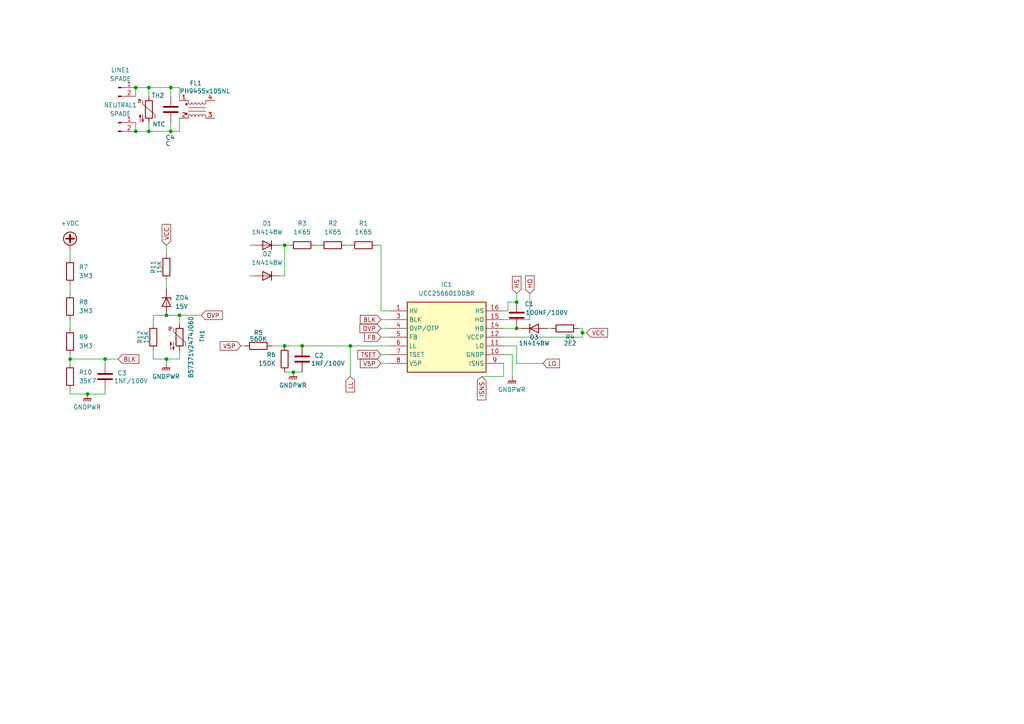
<source format=kicad_sch>
(kicad_sch (version 20250114) (generator "eeschema") (generator_version "9.0")
  (paper "A4")
  (lib_symbols
    (symbol "Connector:Conn_01x02_Pin" (pin_names (offset 1.016) (hide yes))
      (property "Reference" "J" (at 0 2.54 0))
      (property "Value" "Conn_01x02_Pin" (at 0 -5.08 0))
      (symbol "Conn_01x02_Pin_1_1"
        (rectangle (start 0.8636 0.127) (end 0 -0.127) (stroke (width 0.1524)) (fill (type outline)))
        (rectangle (start 0.8636 -2.413) (end 0 -2.667) (stroke (width 0.1524)) (fill (type outline)))
        (polyline (pts (xy 1.27 0) (xy 0.8636 0)) (stroke (width 0.1524)))
        (polyline (pts (xy 1.27 -2.54) (xy 0.8636 -2.54)) (stroke (width 0.1524)))
        (pin passive line (at 5.08 0 180) (length 3.81) (name "Pin_1") (number "1"))
        (pin passive line (at 5.08 -2.54 180) (length 3.81) (name "Pin_2") (number "2"))
      )
    )
    (symbol "Device:C" (pin_numbers (hide yes)) (pin_names (offset 0.254))
      (property "Reference" "C" (at 0.635 2.54 0))
      (property "Value" "C" (at 0.635 -2.54 0))
      (symbol "C_0_1"
        (polyline (pts (xy -2.032 0.762) (xy 2.032 0.762)) (stroke (width 0.508)))
        (polyline (pts (xy -2.032 -0.762) (xy 2.032 -0.762)) (stroke (width 0.508)))
      )
      (symbol "C_1_1"
        (pin passive line (at 0 3.81 270) (length 2.794) (name "~") (number "1"))
        (pin passive line (at 0 -3.81 90) (length 2.794) (name "~") (number "2"))
      )
    )
    (symbol "Device:D_Zener" (pin_numbers (hide yes)) (pin_names (offset 1.016) (hide yes))
      (property "Reference" "D" (at 0 2.54 0))
      (property "Value" "D_Zener" (at 0 -2.54 0))
      (symbol "D_Zener_0_1"
        (polyline (pts (xy -1.27 -1.27) (xy -1.27 1.27) (xy -0.762 1.27)) (stroke (width 0.254)))
        (polyline (pts (xy 1.27 0) (xy -1.27 0)))
        (polyline (pts (xy 1.27 -1.27) (xy 1.27 1.27) (xy -1.27 0) (xy 1.27 -1.27)) (stroke (width 0.254)))
      )
      (symbol "D_Zener_1_1"
        (pin passive line (at -3.81 0 0) (length 2.54) (name "K") (number "1"))
        (pin passive line (at 3.81 0 180) (length 2.54) (name "A") (number "2"))
      )
    )
    (symbol "Device:R" (pin_numbers (hide yes)) (pin_names (offset 0))
      (property "Reference" "R" (at 2.032 0 90))
      (property "Value" "R" (at 0 0 90))
      (symbol "R_0_1"
        (rectangle (start -1.016 -2.54) (end 1.016 2.54) (stroke (width 0.254)))
      )
      (symbol "R_1_1"
        (pin passive line (at 0 3.81 270) (length 1.27) (name "~") (number "1"))
        (pin passive line (at 0 -3.81 90) (length 1.27) (name "~") (number "2"))
      )
    )
    (symbol "Device:Thermistor_NTC" (pin_numbers (hide yes)) (pin_names (offset 0))
      (property "Reference" "TH" (at -4.445 0 90))
      (property "Value" "Thermistor_NTC" (at 3.175 0 90))
      (symbol "Thermistor_NTC_0_1"
        (arc (start -3.175 2.413) (mid -3.0506 2.3165) (end -3.048 2.159))
        (arc (start -3.048 2.794) (mid -2.9736 2.9736) (end -2.794 3.048))
        (arc (start -2.794 3.048) (mid -2.6144 2.9736) (end -2.54 2.794))
        (arc (start -2.794 2.54) (mid -2.9736 2.6144) (end -3.048 2.794))
        (arc (start -2.794 1.905) (mid -2.9736 1.9794) (end -3.048 2.159))
        (arc (start -2.54 2.159) (mid -2.6144 1.9794) (end -2.794 1.905))
        (arc (start -2.159 2.794) (mid -2.434 2.5608) (end -2.794 2.54))
        (polyline (pts (xy -2.54 2.159) (xy -2.54 2.794)))
        (polyline (pts (xy -2.54 -3.683) (xy -2.54 -1.397) (xy -2.794 -2.159) (xy -2.286 -2.159) (xy -2.54 -1.397) (xy -2.54 -1.651)) (fill (type outline)))
        (polyline (pts (xy -1.778 2.54) (xy -1.778 1.524) (xy 1.778 -1.524) (xy 1.778 -2.54)))
        (polyline (pts (xy -1.778 -1.397) (xy -1.778 -3.683) (xy -2.032 -2.921) (xy -1.524 -2.921) (xy -1.778 -3.683) (xy -1.778 -3.429)) (fill (type outline)))
        (rectangle (start -1.016 2.54) (end 1.016 -2.54) (stroke (width 0.254)))
      )
      (symbol "Thermistor_NTC_1_1"
        (pin passive line (at 0 3.81 270) (length 1.27) (name "~") (number "1"))
        (pin passive line (at 0 -3.81 90) (length 1.27) (name "~") (number "2"))
      )
    )
    (symbol "Diode:1N4148W" (pin_numbers (hide yes)) (pin_names (hide yes))
      (property "Reference" "D" (at 0 2.54 0))
      (property "Value" "1N4148W" (at 0 -2.54 0))
      (symbol "1N4148W_0_1"
        (polyline (pts (xy -1.27 1.27) (xy -1.27 -1.27)) (stroke (width 0.254)))
        (polyline (pts (xy 1.27 1.27) (xy 1.27 -1.27) (xy -1.27 0) (xy 1.27 1.27)) (stroke (width 0.254)))
        (polyline (pts (xy 1.27 0) (xy -1.27 0)))
      )
      (symbol "1N4148W_1_1"
        (pin passive line (at -3.81 0 0) (length 2.54) (name "K") (number "1"))
        (pin passive line (at 3.81 0 180) (length 2.54) (name "A") (number "2"))
      )
    )
    (symbol "Filter:Choke_CommonMode_PulseElectronics_PH9455x105NL" (pin_names (hide yes))
      (property "Reference" "FL" (at 0 5.08 0))
      (property "Value" "Choke_CommonMode_PulseElectronics_PH9455x105NL" (at 0 -5.08 0))
      (symbol "Choke_CommonMode_PulseElectronics_PH9455x105NL_1_1"
        (circle (center -3.048 1.524) (radius 0.254) (fill (type outline)))
        (circle (center -3.048 -1.27) (radius 0.254) (fill (type outline)))
        (polyline (pts (xy -2.54 2.032) (xy -2.54 2.54)))
        (polyline (pts (xy -2.54 0.508) (xy 2.54 0.508)))
        (polyline (pts (xy -2.54 -2.032) (xy -2.54 -2.54)))
        (arc (start -1.524 2.032) (mid -2.032 1.5262) (end -2.54 2.032))
        (arc (start -2.54 -2.032) (mid -2.032 -1.5262) (end -1.524 -2.032))
        (arc (start -0.508 2.032) (mid -1.016 1.5262) (end -1.524 2.032))
        (arc (start -1.524 -2.032) (mid -1.016 -1.5262) (end -0.508 -2.032))
        (arc (start 0.508 2.032) (mid 0 1.5262) (end -0.508 2.032))
        (arc (start -0.508 -2.032) (mid 0 -1.5262) (end 0.508 -2.032))
        (arc (start 1.524 2.032) (mid 1.016 1.5262) (end 0.508 2.032))
        (arc (start 0.508 -2.032) (mid 1.016 -1.5262) (end 1.524 -2.032))
        (arc (start 2.54 2.032) (mid 2.032 1.5262) (end 1.524 2.032))
        (arc (start 1.524 -2.032) (mid 2.032 -1.5262) (end 2.54 -2.032))
        (polyline (pts (xy 2.54 2.54) (xy 2.54 2.032)))
        (polyline (pts (xy 2.54 -0.508) (xy -2.54 -0.508)))
        (polyline (pts (xy 2.54 -2.032) (xy 2.54 -2.54)))
        (pin passive line (at -5.08 2.54 0) (length 2.54) (name "1") (number "1"))
        (pin passive line (at -5.08 -2.54 0) (length 2.54) (name "2") (number "2"))
        (pin passive line (at 5.08 2.54 180) (length 2.54) (name "4") (number "4"))
        (pin passive line (at 5.08 -2.54 180) (length 2.54) (name "3") (number "3"))
      )
    )
    (symbol "RUPESH:UCC256601DDBR"
      (property "Reference" "IC" (at 29.21 7.62 0))
      (property "Value" "UCC256601DDBR" (at 29.21 5.08 0))
      (symbol "UCC256601DDBR_1_1"
        (rectangle (start 5.08 2.54) (end 27.94 -17.78) (stroke (width 0.254)) (fill (type background)))
        (pin passive line (at 0 0 0) (length 5.08) (name "HV") (number "1"))
        (pin passive line (at 0 -2.54 0) (length 5.08) (name "BLK") (number "3"))
        (pin passive line (at 0 -5.08 0) (length 5.08) (name "OVP/OTP") (number "4"))
        (pin passive line (at 0 -7.62 0) (length 5.08) (name "FB") (number "5"))
        (pin passive line (at 0 -10.16 0) (length 5.08) (name "LL") (number "6"))
        (pin passive line (at 0 -12.7 0) (length 5.08) (name "TSET") (number "7"))
        (pin passive line (at 0 -15.24 0) (length 5.08) (name "V5P") (number "8"))
        (pin passive line (at 33.02 0 180) (length 5.08) (name "HS") (number "16"))
        (pin passive line (at 33.02 -2.54 180) (length 5.08) (name "HO") (number "15"))
        (pin passive line (at 33.02 -5.08 180) (length 5.08) (name "HB") (number "14"))
        (pin passive line (at 33.02 -7.62 180) (length 5.08) (name "VCCP") (number "12"))
        (pin passive line (at 33.02 -10.16 180) (length 5.08) (name "LO") (number "11"))
        (pin passive line (at 33.02 -12.7 180) (length 5.08) (name "GNDP") (number "10"))
        (pin passive line (at 33.02 -15.24 180) (length 5.08) (name "ISNS") (number "9"))
      )
    )
    (symbol "power:+VDC" (power) (pin_numbers (hide yes)) (pin_names (offset 0) (hide yes))
      (property "Value" "+VDC" (at 0 6.35 0))
      (symbol "+VDC_0_1"
        (polyline (pts (xy -1.143 3.175) (xy 1.143 3.175)) (stroke (width 0.508)))
        (circle (center 0 3.175) (radius 1.905) (stroke (width 0.254)))
        (polyline (pts (xy 0 2.032) (xy 0 4.318)) (stroke (width 0.508)))
        (polyline (pts (xy 0 0) (xy 0 1.27)))
      )
      (symbol "+VDC_1_1"
        (pin power_in line (at 0 0 90) (length 0) (name "~") (number "1"))
      )
    )
    (symbol "power:GNDPWR" (power) (pin_numbers (hide yes)) (pin_names (offset 0) (hide yes))
      (property "Value" "GNDPWR" (at 0 -3.302 0))
      (symbol "GNDPWR_0_1"
        (polyline (pts (xy -1.016 -1.27) (xy -1.27 -2.032) (xy -1.27 -2.032)) (stroke (width 0.2032)))
        (polyline (pts (xy -0.508 -1.27) (xy -0.762 -2.032) (xy -0.762 -2.032)) (stroke (width 0.2032)))
        (polyline (pts (xy 0 -1.27) (xy 0 0)))
        (polyline (pts (xy 0 -1.27) (xy -0.254 -2.032) (xy -0.254 -2.032)) (stroke (width 0.2032)))
        (polyline (pts (xy 0.508 -1.27) (xy 0.254 -2.032) (xy 0.254 -2.032)) (stroke (width 0.2032)))
        (polyline (pts (xy 1.016 -1.27) (xy -1.016 -1.27) (xy -1.016 -1.27)) (stroke (width 0.2032)))
        (polyline (pts (xy 1.016 -1.27) (xy 0.762 -2.032) (xy 0.762 -2.032) (xy 0.762 -2.032)) (stroke (width 0.2032)))
      )
      (symbol "GNDPWR_1_1"
        (pin power_in line (at 0 0 270) (length 0) (name "~") (number "1"))
      )
    )
  )
  (junction (at 49.53 38.1))
  (junction (at 43.18 38.1))
  (junction (at 149.86 87.63))
  (junction (at 20.32 104.14))
  (junction (at 49.53 25.4))
  (junction (at 48.26 104.14))
  (junction (at 87.63 100.33))
  (junction (at 43.18 25.4))
  (junction (at 52.07 91.44))
  (junction (at 39.37 38.1))
  (junction (at 48.26 91.44))
  (junction (at 85.09 107.95))
  (junction (at 39.37 25.4))
  (junction (at 25.4 114.3))
  (junction (at 101.6 100.33))
  (junction (at 82.55 100.33))
  (junction (at 149.86 95.25))
  (junction (at 30.48 104.14))
  (junction (at 168.91 96.52))
  (junction (at 82.55 71.12))
  (wire (pts (xy 110.49 95.25) (xy 113.03 95.25)))
  (wire (pts (xy 20.32 104.14) (xy 20.32 102.87)))
  (wire (pts (xy 110.49 102.87) (xy 113.03 102.87)))
  (wire (pts (xy 43.18 35.56) (xy 43.18 38.1)))
  (wire (pts (xy 148.59 102.87) (xy 146.05 102.87)))
  (wire (pts (xy 147.32 90.17) (xy 147.32 87.63)))
  (wire (pts (xy 139.7 109.22) (xy 146.05 109.22)))
  (wire (pts (xy 69.85 100.33) (xy 71.12 100.33)))
  (wire (pts (xy 147.32 87.63) (xy 149.86 87.63)))
  (wire (pts (xy 25.4 114.3) (xy 30.48 114.3)))
  (wire (pts (xy 146.05 95.25) (xy 149.86 95.25)))
  (wire (pts (xy 52.07 91.44) (xy 48.26 91.44)))
  (wire (pts (xy 52.07 104.14) (xy 52.07 101.6)))
  (wire (pts (xy 146.05 97.79) (xy 168.91 97.79)))
  (wire (pts (xy 44.45 104.14) (xy 44.45 101.6)))
  (wire (pts (xy 109.22 71.12) (xy 110.49 71.12)))
  (wire (pts (xy 44.45 104.14) (xy 48.26 104.14)))
  (wire (pts (xy 91.44 71.12) (xy 92.71 71.12)))
  (wire (pts (xy 82.55 80.01) (xy 82.55 71.12)))
  (wire (pts (xy 101.6 109.22) (xy 101.6 100.33)))
  (wire (pts (xy 168.91 95.25) (xy 167.64 95.25)))
  (wire (pts (xy 160.02 95.25) (xy 158.75 95.25)))
  (wire (pts (xy 157.48 105.41) (xy 149.86 105.41)))
  (wire (pts (xy 48.26 104.14) (xy 52.07 104.14)))
  (wire (pts (xy 49.53 35.56) (xy 49.53 38.1)))
  (wire (pts (xy 82.55 80.01) (xy 81.28 80.01)))
  (wire (pts (xy 44.45 93.98) (xy 44.45 91.44)))
  (wire (pts (xy 20.32 114.3) (xy 25.4 114.3)))
  (wire (pts (xy 48.26 71.12) (xy 48.26 73.66)))
  (wire (pts (xy 148.59 109.22) (xy 148.59 102.87)))
  (wire (pts (xy 149.86 100.33) (xy 146.05 100.33)))
  (wire (pts (xy 39.37 25.4) (xy 43.18 25.4)))
  (wire (pts (xy 20.32 72.39) (xy 20.32 74.93)))
  (wire (pts (xy 110.49 71.12) (xy 110.49 90.17)))
  (wire (pts (xy 52.07 38.1) (xy 49.53 38.1)))
  (wire (pts (xy 20.32 85.09) (xy 20.32 82.55)))
  (wire (pts (xy 100.33 71.12) (xy 101.6 71.12)))
  (wire (pts (xy 39.37 38.1) (xy 43.18 38.1)))
  (wire (pts (xy 85.09 107.95) (xy 87.63 107.95)))
  (wire (pts (xy 49.53 27.94) (xy 49.53 25.4)))
  (wire (pts (xy 43.18 38.1) (xy 49.53 38.1)))
  (wire (pts (xy 20.32 114.3) (xy 20.32 113.03)))
  (wire (pts (xy 170.18 96.52) (xy 168.91 96.52)))
  (wire (pts (xy 20.32 95.25) (xy 20.32 92.71)))
  (wire (pts (xy 149.86 105.41) (xy 149.86 100.33)))
  (wire (pts (xy 48.26 83.82) (xy 48.26 81.28)))
  (wire (pts (xy 110.49 90.17) (xy 113.03 90.17)))
  (wire (pts (xy 110.49 92.71) (xy 113.03 92.71)))
  (wire (pts (xy 101.6 100.33) (xy 113.03 100.33)))
  (wire (pts (xy 30.48 104.14) (xy 34.29 104.14)))
  (wire (pts (xy 39.37 25.4) (xy 39.37 27.94)))
  (wire (pts (xy 20.32 105.41) (xy 20.32 104.14)))
  (wire (pts (xy 72.39 71.12) (xy 73.66 71.12)))
  (wire (pts (xy 110.49 97.79) (xy 113.03 97.79)))
  (wire (pts (xy 146.05 92.71) (xy 153.67 92.71)))
  (wire (pts (xy 153.67 92.71) (xy 153.67 85.09)))
  (wire (pts (xy 146.05 109.22) (xy 146.05 105.41)))
  (wire (pts (xy 82.55 107.95) (xy 85.09 107.95)))
  (wire (pts (xy 43.18 25.4) (xy 49.53 25.4)))
  (wire (pts (xy 52.07 25.4) (xy 49.53 25.4)))
  (wire (pts (xy 72.39 80.01) (xy 73.66 80.01)))
  (wire (pts (xy 44.45 91.44) (xy 48.26 91.44)))
  (wire (pts (xy 48.26 105.41) (xy 48.26 104.14)))
  (wire (pts (xy 52.07 25.4) (xy 52.07 29.21)))
  (wire (pts (xy 82.55 100.33) (xy 78.74 100.33)))
  (wire (pts (xy 81.28 71.12) (xy 82.55 71.12)))
  (wire (pts (xy 87.63 100.33) (xy 101.6 100.33)))
  (wire (pts (xy 43.18 27.94) (xy 43.18 25.4)))
  (wire (pts (xy 30.48 105.41) (xy 30.48 104.14)))
  (wire (pts (xy 82.55 100.33) (xy 87.63 100.33)))
  (wire (pts (xy 149.86 85.09) (xy 149.86 87.63)))
  (wire (pts (xy 146.05 90.17) (xy 147.32 90.17)))
  (wire (pts (xy 58.42 91.44) (xy 52.07 91.44)))
  (wire (pts (xy 82.55 71.12) (xy 83.82 71.12)))
  (wire (pts (xy 168.91 97.79) (xy 168.91 96.52)))
  (wire (pts (xy 52.07 91.44) (xy 52.07 93.98)))
  (wire (pts (xy 149.86 95.25) (xy 151.13 95.25)))
  (wire (pts (xy 110.49 105.41) (xy 113.03 105.41)))
  (wire (pts (xy 20.32 104.14) (xy 30.48 104.14)))
  (wire (pts (xy 30.48 114.3) (xy 30.48 113.03)))
  (wire (pts (xy 39.37 38.1) (xy 39.37 35.56)))
  (wire (pts (xy 52.07 38.1) (xy 52.07 34.29)))
  (wire (pts (xy 168.91 96.52) (xy 168.91 95.25)))
  (global_label "HO" (shape input) (at 153.67 85.09 90) (property "Intersheetrefs" "${INTERSHEET_REFS}" (effects (hide yes))))
  (global_label "HS" (shape input) (at 149.86 85.09 90) (property "Intersheetrefs" "${INTERSHEET_REFS}" (effects (hide yes))))
  (global_label "LL" (shape input) (at 101.6 109.22 270) (property "Intersheetrefs" "${INTERSHEET_REFS}" (effects (hide yes))))
  (global_label "TSET" (shape input) (at 110.49 102.87 180) (property "Intersheetrefs" "${INTERSHEET_REFS}" (effects (hide yes))))
  (global_label "OVP" (shape input) (at 110.49 95.25 180) (property "Intersheetrefs" "${INTERSHEET_REFS}" (effects (hide yes))))
  (global_label "V5P" (shape input) (at 110.49 105.41 180) (property "Intersheetrefs" "${INTERSHEET_REFS}" (effects (hide yes))))
  (global_label "ISNS" (shape input) (at 139.7 109.22 270) (property "Intersheetrefs" "${INTERSHEET_REFS}" (effects (hide yes))))
  (global_label "BLK" (shape input) (at 110.49 92.71 180) (property "Intersheetrefs" "${INTERSHEET_REFS}" (effects (hide yes))))
  (global_label "VCC" (shape input) (at 170.18 96.52 0) (property "Intersheetrefs" "${INTERSHEET_REFS}" (effects (hide yes))))
  (global_label "LO" (shape input) (at 157.48 105.41 0) (property "Intersheetrefs" "${INTERSHEET_REFS}" (effects (hide yes))))
  (global_label "FB" (shape input) (at 110.49 97.79 180) (property "Intersheetrefs" "${INTERSHEET_REFS}" (effects (hide yes))))
  (global_label "VCC" (shape input) (at 48.26 71.12 90) (property "Intersheetrefs" "${INTERSHEET_REFS}" (effects (hide yes))))
  (global_label "BLK" (shape input) (at 34.29 104.14 0) (property "Intersheetrefs" "${INTERSHEET_REFS}" (effects (hide yes))))
  (global_label "OVP" (shape input) (at 58.42 91.44 0) (property "Intersheetrefs" "${INTERSHEET_REFS}" (effects (hide yes))))
  (global_label "V5P" (shape input) (at 69.85 100.33 180) (property "Intersheetrefs" "${INTERSHEET_REFS}" (effects (hide yes))))
  (symbol (lib_id "Diode:1N4148W") (at 77.47 71.12 180) (unit 1)
    (property "Reference" "D1" (at 77.47 64.77 0))
    (property "Value" "1N4148W" (at 77.47 67.31 0))
    (property "Footprint" "Diode_SMD:D_SOD-123" (effects (hide yes)))
    (property "Datasheet" "https://www.vishay.com/docs/85748/1n4148w.pdf" (effects (hide yes)))
    (property "Description" "75V 0.15A Fast Switching Diode, SOD-123" (effects (hide yes)))
    (property "Sim.Device" "D" (effects (hide yes)))
    (property "Sim.Pins" "1=K 2=A" (effects (hide yes)))
  )
  (symbol (lib_id "Device:C") (at 30.48 109.22 0) (unit 1)
    (property "Reference" "C3" (at 34.036 108.204 0) (effects (justify left)))
    (property "Value" "1NF/100V" (at 33.02 110.49 0) (effects (justify left)))
    (property "Footprint" "Capacitor_SMD:C_1206_3216Metric_Pad1.33x1.80mm_HandSolder" (effects (hide yes)))
    (property "Description" "Unpolarized capacitor" (effects (hide yes)))
  )
  (symbol (lib_id "Device:R") (at 96.52 71.12 90) (unit 1)
    (property "Reference" "R2" (at 96.52 64.77 90))
    (property "Value" "1K65" (at 96.52 67.31 90))
    (property "Footprint" "Resistor_SMD:R_1206_3216Metric" (effects (hide yes)))
    (property "Description" "Resistor" (effects (hide yes)))
  )
  (symbol (lib_id "Device:R") (at 44.45 97.79 180) (unit 1)
    (property "Reference" "R12" (at 40.64 97.79 90))
    (property "Value" "15K" (at 42.418 97.79 90))
    (property "Footprint" "Resistor_SMD:R_1206_3216Metric" (effects (hide yes)))
    (property "Description" "Resistor" (effects (hide yes)))
  )
  (symbol (lib_id "Device:C") (at 49.53 31.75 0) (unit 1)
    (property "Reference" "C4" (at 48.006 39.878 0) (effects (justify left)))
    (property "Value" "C" (at 48.006 41.656 0) (effects (justify left)))
    (property "Footprint" "Capacitor_THT:C_Rect_L13.5mm_W5.0mm_P10.00mm_FKS3_FKP3_MKS4" (effects (hide yes)))
    (property "Description" "Unpolarized capacitor" (effects (hide yes)))
  )
  (symbol (lib_id "Device:R") (at 82.55 104.14 0) (mirror x) (unit 1)
    (property "Reference" "R6" (at 80.01 102.8699 0) (effects (justify right)))
    (property "Value" "150K" (at 80.01 105.4099 0) (effects (justify right)))
    (property "Footprint" "Resistor_SMD:R_1206_3216Metric" (effects (hide yes)))
    (property "Description" "Resistor" (effects (hide yes)))
  )
  (symbol (lib_id "Device:R") (at 87.63 71.12 90) (unit 1)
    (property "Reference" "R3" (at 87.63 64.77 90))
    (property "Value" "1K65" (at 87.63 67.31 90))
    (property "Footprint" "Resistor_SMD:R_1206_3216Metric" (effects (hide yes)))
    (property "Description" "Resistor" (effects (hide yes)))
  )
  (symbol (lib_id "power:+VDC") (at 20.32 72.39 0) (unit 1)
    (property "Reference" "#PWR04" (effects (hide yes)))
    (property "Value" "+VDC" (at 20.32 64.77 0))
    (property "Description" "Power symbol creates a global label with name \"+VDC\"" (effects (hide yes)))
  )
  (symbol (lib_id "Connector:Conn_01x02_Pin") (at 34.29 25.4 0) (unit 1)
    (property "Reference" "LINE1" (at 34.925 20.32 0))
    (property "Value" "SPADE" (at 34.925 22.86 0))
    (property "Footprint" "PCB:TE_62409-1" (effects (hide yes)))
    (property "Description" "Generic connector, single row, 01x02, script generated" (effects (hide yes)))
  )
  (symbol (lib_id "Device:R") (at 74.93 100.33 90) (unit 1)
    (property "Reference" "R5" (at 74.93 96.52 90))
    (property "Value" "560K" (at 74.93 98.298 90))
    (property "Footprint" "Resistor_SMD:R_1206_3216Metric" (effects (hide yes)))
    (property "Description" "Resistor" (effects (hide yes)))
  )
  (symbol (lib_id "power:GNDPWR") (at 85.09 107.95 0) (unit 1)
    (property "Reference" "#PWR02" (effects (hide yes)))
    (property "Value" "GNDPWR" (at 84.963 111.76 0))
    (property "Description" "Power symbol creates a global label with name \"GNDPWR\" , global ground" (effects (hide yes)))
  )
  (symbol (lib_id "Device:Thermistor_NTC") (at 52.07 97.79 0) (unit 1)
    (property "Reference" "TH1" (at 58.674 99.314 90) (effects (justify left)))
    (property "Value" "B57371V2474J060" (at 55.372 109.728 90) (effects (justify left)))
    (property "Footprint" "Resistor_SMD:R_0603_1608Metric_Pad0.98x0.95mm_HandSolder" (effects (hide yes)))
    (property "Description" "Temperature dependent resistor, negative temperature coefficient" (effects (hide yes)))
  )
  (symbol (lib_id "power:GNDPWR") (at 25.4 114.3 0) (unit 1)
    (property "Reference" "#PWR03" (effects (hide yes)))
    (property "Value" "GNDPWR" (at 25.273 118.11 0))
    (property "Description" "Power symbol creates a global label with name \"GNDPWR\" , global ground" (effects (hide yes)))
  )
  (symbol (lib_id "power:GNDPWR") (at 148.59 109.22 0) (unit 1)
    (property "Reference" "#PWR01" (effects (hide yes)))
    (property "Value" "GNDPWR" (at 148.463 113.03 0))
    (property "Description" "Power symbol creates a global label with name \"GNDPWR\" , global ground" (effects (hide yes)))
  )
  (symbol (lib_id "Device:D_Zener") (at 48.26 87.63 270) (unit 1)
    (property "Reference" "ZD4" (at 50.8 86.3599 90) (effects (justify left)))
    (property "Value" "15V" (at 50.8 88.8999 90) (effects (justify left)))
    (property "Footprint" "Diode_SMD:D_SOD-123" (effects (hide yes)))
    (property "Description" "Zener diode" (effects (hide yes)))
  )
  (symbol (lib_id "Connector:Conn_01x02_Pin") (at 34.29 35.56 0) (unit 1)
    (property "Reference" "NEUTRAL1" (at 34.925 30.48 0))
    (property "Value" "SPADE" (at 34.925 33.02 0))
    (property "Footprint" "PCB:TE_62409-1" (effects (hide yes)))
    (property "Description" "Generic connector, single row, 01x02, script generated" (effects (hide yes)))
  )
  (symbol (lib_id "Device:R") (at 20.32 78.74 180) (unit 1)
    (property "Reference" "R7" (at 22.86 77.4699 0) (effects (justify right)))
    (property "Value" "3M3" (at 22.86 80.0099 0) (effects (justify right)))
    (property "Footprint" "Resistor_SMD:R_1206_3216Metric" (effects (hide yes)))
    (property "Description" "Resistor" (effects (hide yes)))
  )
  (symbol (lib_id "Filter:Choke_CommonMode_PulseElectronics_PH9455x105NL") (at 57.15 31.75 0) (unit 1)
    (property "Reference" "FL1" (at 56.769 24.13 0))
    (property "Value" "PH9455x105NL" (at 59.436 26.416 0))
    (property "Footprint" "Inductor_THT:L_CommonMode_PulseElectronics_PH9455x105NL_1" (effects (hide yes)))
    (property "Datasheet" "https://productfinder.pulseelectronics.com/api/open/product-attachments/datasheet/ph9455.105nl" (effects (hide yes)))
    (property "Description" "Common mode choke, 22A, 380VAC, 1mH, 2.1 mOhm, PH9455x105NL" (effects (hide yes)))
  )
  (symbol (lib_id "Device:C") (at 87.63 104.14 0) (unit 1)
    (property "Reference" "C2" (at 91.186 103.124 0) (effects (justify left)))
    (property "Value" "1NF/100V" (at 90.17 105.41 0) (effects (justify left)))
    (property "Footprint" "Capacitor_SMD:C_1206_3216Metric_Pad1.33x1.80mm_HandSolder" (effects (hide yes)))
    (property "Description" "Unpolarized capacitor" (effects (hide yes)))
  )
  (symbol (lib_id "Device:Thermistor_NTC") (at 43.18 31.75 0) (unit 1)
    (property "Reference" "TH2" (at 43.942 27.686 0) (effects (justify left)))
    (property "Value" "NTC" (at 44.196 36.068 0) (effects (justify left)))
    (property "Footprint" "Resistor_THT:R_Bare_Metal_Element_L12.4mm_W4.8mm_P11.40mm" (effects (hide yes)))
    (property "Description" "Temperature dependent resistor, negative temperature coefficient" (effects (hide yes)))
  )
  (symbol (lib_id "Diode:1N4148W") (at 154.94 95.25 0) (mirror x) (unit 1)
    (property "Reference" "D3" (at 154.94 97.79 0))
    (property "Value" "1N4148W" (at 154.94 99.568 0))
    (property "Footprint" "Diode_SMD:D_SOD-123" (effects (hide yes)))
    (property "Datasheet" "https://www.vishay.com/docs/85748/1n4148w.pdf" (effects (hide yes)))
    (property "Description" "75V 0.15A Fast Switching Diode, SOD-123" (effects (hide yes)))
    (property "Sim.Device" "D" (effects (hide yes)))
    (property "Sim.Pins" "1=K 2=A" (effects (hide yes)))
  )
  (symbol (lib_id "Device:R") (at 20.32 109.22 180) (unit 1)
    (property "Reference" "R10" (at 22.86 107.9499 0) (effects (justify right)))
    (property "Value" "35K7" (at 22.86 110.4899 0) (effects (justify right)))
    (property "Footprint" "Resistor_SMD:R_1206_3216Metric" (effects (hide yes)))
    (property "Description" "Resistor" (effects (hide yes)))
  )
  (symbol (lib_id "Device:R") (at 163.83 95.25 90) (unit 1)
    (property "Reference" "R4" (at 165.354 97.79 90))
    (property "Value" "2E2" (at 165.354 99.568 90))
    (property "Footprint" "Resistor_SMD:R_1206_3216Metric" (effects (hide yes)))
    (property "Description" "Resistor" (effects (hide yes)))
  )
  (symbol (lib_id "Device:R") (at 20.32 99.06 180) (unit 1)
    (property "Reference" "R9" (at 22.86 97.7899 0) (effects (justify right)))
    (property "Value" "3M3" (at 22.86 100.3299 0) (effects (justify right)))
    (property "Footprint" "Resistor_SMD:R_1206_3216Metric" (effects (hide yes)))
    (property "Description" "Resistor" (effects (hide yes)))
  )
  (symbol (lib_id "Device:R") (at 20.32 88.9 180) (unit 1)
    (property "Reference" "R8" (at 22.86 87.6299 0) (effects (justify right)))
    (property "Value" "3M3" (at 22.86 90.1699 0) (effects (justify right)))
    (property "Footprint" "Resistor_SMD:R_1206_3216Metric" (effects (hide yes)))
    (property "Description" "Resistor" (effects (hide yes)))
  )
  (symbol (lib_id "RUPESH:UCC256601DDBR") (at 113.03 90.17 0) (unit 1)
    (property "Reference" "IC1" (at 129.54 82.55 0))
    (property "Value" "UCC256601DDBR" (at 129.54 85.09 0))
    (property "Footprint" "UCC256601DDBR" (effects (hide yes)))
    (property "Datasheet" "https://www.ti.com/lit/ds/symlink/ucc25660.pdf?ts=1708409644942&ref_url=https%253A%252F%252Fwww.ti.com%252Fproduct%252FUCC25660%253FkeyMatch%253DUCC256601DDBR%2526tisearch%253Dsearch-everything%2526usecase%253DOPN" (effects (hide yes)))
    (property "Description" "Power Supply Controller LLC, Resonant Converter Controller 14-SOIC" (effects (hide yes)))
    (property "Height" "1.75" (effects (hide yes)))
    (property "Manufacturer_Name" "Texas Instruments" (effects (hide yes)))
    (property "Manufacturer_Part_Number" "UCC256601DDBR" (effects (hide yes)))
    (property "Mouser Part Number" "595-UCC256601DDBR" (effects (hide yes)))
    (property "Mouser Price/Stock" "https://www.mouser.co.uk/ProductDetail/Texas-Instruments/UCC256601DDBR?qs=mELouGlnn3eHlHW74dgN1Q%3D%3D" (effects (hide yes)))
    (property "Arrow Part Number" "UCC256601DDBR" (effects (hide yes)))
    (property "Arrow Price/Stock" "https://www.arrow.com/en/products/ucc256601ddbr/texas-instruments?region=nac" (effects (hide yes)))
  )
  (symbol (lib_id "Device:R") (at 48.26 77.47 180) (unit 1)
    (property "Reference" "R11" (at 44.45 77.47 90))
    (property "Value" "15K" (at 46.228 77.47 90))
    (property "Footprint" "Resistor_SMD:R_1206_3216Metric" (effects (hide yes)))
    (property "Description" "Resistor" (effects (hide yes)))
  )
  (symbol (lib_id "Device:C") (at 149.86 91.44 0) (unit 1)
    (property "Reference" "C1" (at 152.146 88.138 0) (effects (justify left)))
    (property "Value" "100NF/100V" (at 152.4 90.678 0) (effects (justify left)))
    (property "Footprint" "Capacitor_SMD:C_1206_3216Metric_Pad1.33x1.80mm_HandSolder" (effects (hide yes)))
    (property "Description" "Unpolarized capacitor" (effects (hide yes)))
  )
  (symbol (lib_id "power:GNDPWR") (at 48.26 105.41 0) (unit 1)
    (property "Reference" "#PWR05" (effects (hide yes)))
    (property "Value" "GNDPWR" (at 48.133 109.22 0))
    (property "Description" "Power symbol creates a global label with name \"GNDPWR\" , global ground" (effects (hide yes)))
  )
  (symbol (lib_id "Diode:1N4148W") (at 77.47 80.01 180) (unit 1)
    (property "Reference" "D2" (at 77.47 73.66 0))
    (property "Value" "1N4148W" (at 77.47 76.2 0))
    (property "Footprint" "Diode_SMD:D_SOD-123" (effects (hide yes)))
    (property "Datasheet" "https://www.vishay.com/docs/85748/1n4148w.pdf" (effects (hide yes)))
    (property "Description" "75V 0.15A Fast Switching Diode, SOD-123" (effects (hide yes)))
    (property "Sim.Device" "D" (effects (hide yes)))
    (property "Sim.Pins" "1=K 2=A" (effects (hide yes)))
  )
  (symbol (lib_id "Device:R") (at 105.41 71.12 90) (unit 1)
    (property "Reference" "R1" (at 105.41 64.77 90))
    (property "Value" "1K65" (at 105.41 67.31 90))
    (property "Footprint" "Resistor_SMD:R_1206_3216Metric" (effects (hide yes)))
    (property "Description" "Resistor" (effects (hide yes)))
  )
)
</source>
